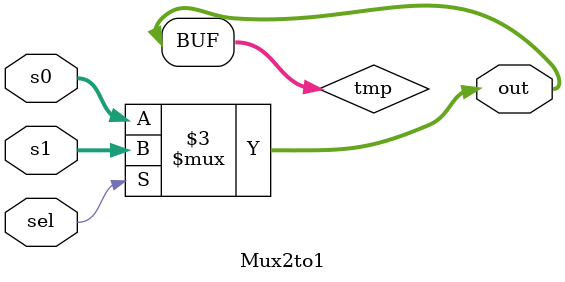
<source format=v>
module Mux2to1 #(
    parameter size = 32
) 
(
    input sel,                      // Selector
    input signed [size-1:0] s0,     // Input 0
    input signed [size-1:0] s1,     // Input 1
    output signed [size-1:0] out    // Output
);
    // TODO: implement your 2to1 multiplexer here
    reg [size-1:0] tmp ;
    always @(*) begin
        if(sel) begin
            tmp = s1;
        end else begin
            tmp = s0;
        end
    end
    assign out = tmp;
endmodule


</source>
